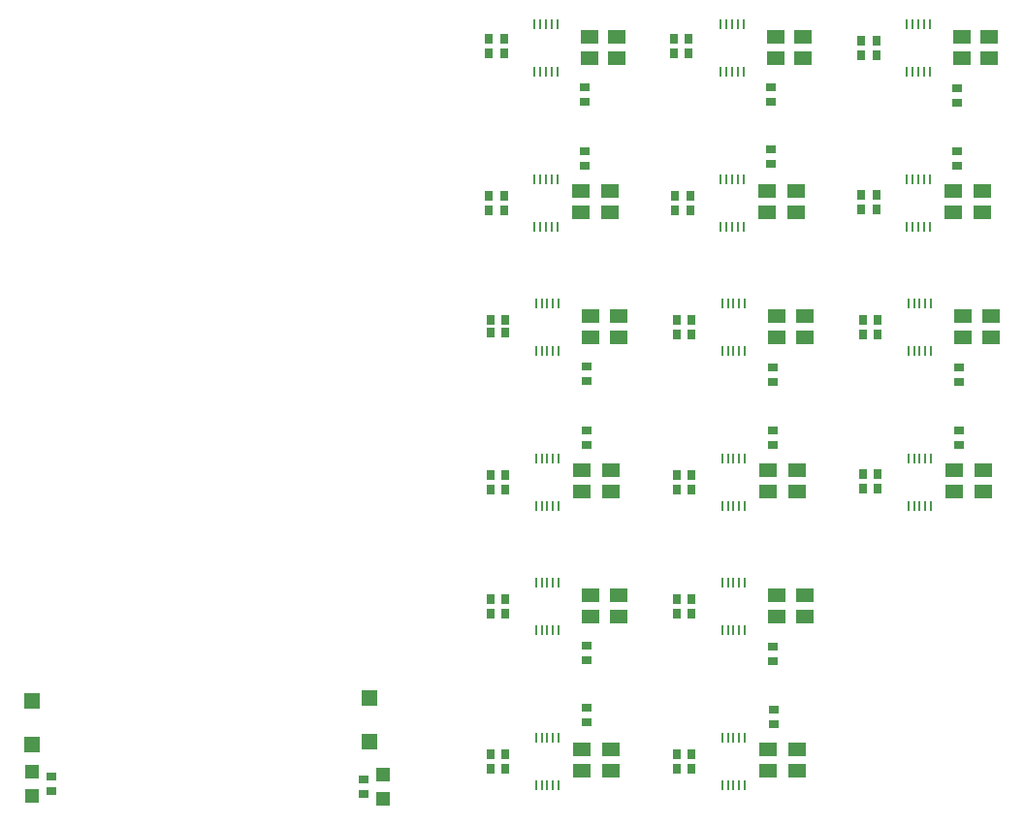
<source format=gtp>
G75*
%MOIN*%
%OFA0B0*%
%FSLAX25Y25*%
%IPPOS*%
%LPD*%
%AMOC8*
5,1,8,0,0,1.08239X$1,22.5*
%
%ADD10R,0.05906X0.05118*%
%ADD11R,0.00984X0.03445*%
%ADD12R,0.02756X0.03543*%
%ADD13R,0.05512X0.05512*%
%ADD14R,0.03543X0.02756*%
%ADD15R,0.04724X0.04724*%
D10*
X0608095Y0019310D03*
X0618095Y0019310D03*
X0618095Y0026790D03*
X0608095Y0026790D03*
X0672095Y0026790D03*
X0682095Y0026790D03*
X0682095Y0019310D03*
X0672095Y0019310D03*
X0675095Y0072310D03*
X0684595Y0072310D03*
X0684595Y0079790D03*
X0675095Y0079790D03*
X0620595Y0079790D03*
X0611095Y0079790D03*
X0611095Y0072310D03*
X0620595Y0072310D03*
X0618095Y0115310D03*
X0608095Y0115310D03*
X0608095Y0122790D03*
X0618095Y0122790D03*
X0672095Y0122790D03*
X0682095Y0122790D03*
X0682095Y0115310D03*
X0672095Y0115310D03*
X0736095Y0115310D03*
X0746095Y0115310D03*
X0746095Y0122790D03*
X0736095Y0122790D03*
X0739095Y0168310D03*
X0748595Y0168310D03*
X0748595Y0175790D03*
X0739095Y0175790D03*
X0684595Y0175790D03*
X0675095Y0175790D03*
X0675095Y0168310D03*
X0684595Y0168310D03*
X0620595Y0168310D03*
X0611095Y0168310D03*
X0611095Y0175790D03*
X0620595Y0175790D03*
X0617595Y0211310D03*
X0607595Y0211310D03*
X0607595Y0218790D03*
X0617595Y0218790D03*
X0671595Y0218790D03*
X0681595Y0218790D03*
X0681595Y0211310D03*
X0671595Y0211310D03*
X0735595Y0211310D03*
X0745595Y0211310D03*
X0745595Y0218790D03*
X0735595Y0218790D03*
X0738595Y0264310D03*
X0748095Y0264310D03*
X0748095Y0271790D03*
X0738595Y0271790D03*
X0684095Y0271790D03*
X0674595Y0271790D03*
X0674595Y0264310D03*
X0684095Y0264310D03*
X0620095Y0264310D03*
X0610595Y0264310D03*
X0610595Y0271790D03*
X0620095Y0271790D03*
D11*
X0599532Y0276170D03*
X0597564Y0276170D03*
X0595595Y0276170D03*
X0593627Y0276170D03*
X0591658Y0276170D03*
X0591658Y0259930D03*
X0593627Y0259930D03*
X0595595Y0259930D03*
X0597564Y0259930D03*
X0599532Y0259930D03*
X0655658Y0259930D03*
X0657627Y0259930D03*
X0659595Y0259930D03*
X0661564Y0259930D03*
X0663532Y0259930D03*
X0663532Y0276170D03*
X0661564Y0276170D03*
X0659595Y0276170D03*
X0657627Y0276170D03*
X0655658Y0276170D03*
X0719658Y0276170D03*
X0721627Y0276170D03*
X0723595Y0276170D03*
X0725564Y0276170D03*
X0727532Y0276170D03*
X0727532Y0259930D03*
X0725564Y0259930D03*
X0723595Y0259930D03*
X0721627Y0259930D03*
X0719658Y0259930D03*
X0719658Y0222670D03*
X0721627Y0222670D03*
X0723595Y0222670D03*
X0725564Y0222670D03*
X0727532Y0222670D03*
X0727532Y0206430D03*
X0725564Y0206430D03*
X0723595Y0206430D03*
X0721627Y0206430D03*
X0719658Y0206430D03*
X0663532Y0206430D03*
X0661564Y0206430D03*
X0659595Y0206430D03*
X0657627Y0206430D03*
X0655658Y0206430D03*
X0655658Y0222670D03*
X0657627Y0222670D03*
X0659595Y0222670D03*
X0661564Y0222670D03*
X0663532Y0222670D03*
X0599532Y0222670D03*
X0597564Y0222670D03*
X0595595Y0222670D03*
X0593627Y0222670D03*
X0591658Y0222670D03*
X0591658Y0206430D03*
X0593627Y0206430D03*
X0595595Y0206430D03*
X0597564Y0206430D03*
X0599532Y0206430D03*
X0600032Y0180170D03*
X0598064Y0180170D03*
X0596095Y0180170D03*
X0594127Y0180170D03*
X0592158Y0180170D03*
X0592158Y0163930D03*
X0594127Y0163930D03*
X0596095Y0163930D03*
X0598064Y0163930D03*
X0600032Y0163930D03*
X0656158Y0163930D03*
X0658127Y0163930D03*
X0660095Y0163930D03*
X0662064Y0163930D03*
X0664032Y0163930D03*
X0664032Y0180170D03*
X0662064Y0180170D03*
X0660095Y0180170D03*
X0658127Y0180170D03*
X0656158Y0180170D03*
X0720158Y0180170D03*
X0722127Y0180170D03*
X0724095Y0180170D03*
X0726064Y0180170D03*
X0728032Y0180170D03*
X0728032Y0163930D03*
X0726064Y0163930D03*
X0724095Y0163930D03*
X0722127Y0163930D03*
X0720158Y0163930D03*
X0720158Y0126670D03*
X0722127Y0126670D03*
X0724095Y0126670D03*
X0726064Y0126670D03*
X0728032Y0126670D03*
X0728032Y0110430D03*
X0726064Y0110430D03*
X0724095Y0110430D03*
X0722127Y0110430D03*
X0720158Y0110430D03*
X0664032Y0110430D03*
X0662064Y0110430D03*
X0660095Y0110430D03*
X0658127Y0110430D03*
X0656158Y0110430D03*
X0656158Y0126670D03*
X0658127Y0126670D03*
X0660095Y0126670D03*
X0662064Y0126670D03*
X0664032Y0126670D03*
X0600032Y0126670D03*
X0598064Y0126670D03*
X0596095Y0126670D03*
X0594127Y0126670D03*
X0592158Y0126670D03*
X0592158Y0110430D03*
X0594127Y0110430D03*
X0596095Y0110430D03*
X0598064Y0110430D03*
X0600032Y0110430D03*
X0600032Y0084170D03*
X0598064Y0084170D03*
X0596095Y0084170D03*
X0594127Y0084170D03*
X0592158Y0084170D03*
X0592158Y0067930D03*
X0594127Y0067930D03*
X0596095Y0067930D03*
X0598064Y0067930D03*
X0600032Y0067930D03*
X0656158Y0067930D03*
X0658127Y0067930D03*
X0660095Y0067930D03*
X0662064Y0067930D03*
X0664032Y0067930D03*
X0664032Y0084170D03*
X0662064Y0084170D03*
X0660095Y0084170D03*
X0658127Y0084170D03*
X0656158Y0084170D03*
X0656158Y0030670D03*
X0658127Y0030670D03*
X0660095Y0030670D03*
X0662064Y0030670D03*
X0664032Y0030670D03*
X0664032Y0014430D03*
X0662064Y0014430D03*
X0660095Y0014430D03*
X0658127Y0014430D03*
X0656158Y0014430D03*
X0600032Y0014430D03*
X0598064Y0014430D03*
X0596095Y0014430D03*
X0594127Y0014430D03*
X0592158Y0014430D03*
X0592158Y0030670D03*
X0594127Y0030670D03*
X0596095Y0030670D03*
X0598064Y0030670D03*
X0600032Y0030670D03*
D12*
X0581654Y0025050D03*
X0576536Y0025050D03*
X0576536Y0020050D03*
X0581654Y0020050D03*
X0640536Y0020050D03*
X0645654Y0020050D03*
X0645654Y0025050D03*
X0640536Y0025050D03*
X0640536Y0073550D03*
X0640536Y0078550D03*
X0645654Y0078550D03*
X0645654Y0073550D03*
X0581654Y0073550D03*
X0581654Y0078550D03*
X0576536Y0078550D03*
X0576536Y0073550D03*
X0576536Y0116050D03*
X0576536Y0121050D03*
X0581654Y0121050D03*
X0581654Y0116050D03*
X0640536Y0116050D03*
X0640536Y0121050D03*
X0645654Y0121050D03*
X0645654Y0116050D03*
X0704536Y0116550D03*
X0709654Y0116550D03*
X0709654Y0121550D03*
X0704536Y0121550D03*
X0704536Y0169550D03*
X0709654Y0169550D03*
X0709654Y0174550D03*
X0704536Y0174550D03*
X0645654Y0174550D03*
X0640536Y0174550D03*
X0640536Y0169550D03*
X0645654Y0169550D03*
X0581654Y0170050D03*
X0576536Y0170050D03*
X0576536Y0174550D03*
X0581654Y0174550D03*
X0581154Y0212050D03*
X0581154Y0217050D03*
X0576036Y0217050D03*
X0576036Y0212050D03*
X0640036Y0212050D03*
X0640036Y0217050D03*
X0645154Y0217050D03*
X0645154Y0212050D03*
X0704036Y0212550D03*
X0704036Y0217550D03*
X0709154Y0217550D03*
X0709154Y0212550D03*
X0709154Y0265550D03*
X0709154Y0270550D03*
X0704036Y0270550D03*
X0704036Y0265550D03*
X0644654Y0266050D03*
X0639536Y0266050D03*
X0639536Y0271050D03*
X0644654Y0271050D03*
X0581154Y0271050D03*
X0576036Y0271050D03*
X0576036Y0266050D03*
X0581154Y0266050D03*
D13*
X0535095Y0044530D03*
X0535095Y0029570D03*
X0419095Y0028570D03*
X0419095Y0043530D03*
D14*
X0425595Y0017609D03*
X0425595Y0012491D03*
X0533095Y0011491D03*
X0533095Y0016609D03*
X0609595Y0035991D03*
X0609595Y0041109D03*
X0609595Y0057491D03*
X0609595Y0062609D03*
X0673595Y0062109D03*
X0673595Y0056991D03*
X0674095Y0040609D03*
X0674095Y0035491D03*
X0673595Y0131491D03*
X0673595Y0136609D03*
X0673595Y0152991D03*
X0673595Y0158109D03*
X0737595Y0158109D03*
X0737595Y0152991D03*
X0737595Y0136609D03*
X0737595Y0131491D03*
X0609595Y0131491D03*
X0609595Y0136609D03*
X0609595Y0153491D03*
X0609595Y0158609D03*
X0609095Y0227491D03*
X0609095Y0232609D03*
X0609095Y0249491D03*
X0609095Y0254609D03*
X0673095Y0254609D03*
X0673095Y0249491D03*
X0673095Y0233109D03*
X0673095Y0227991D03*
X0737095Y0227491D03*
X0737095Y0232609D03*
X0737095Y0248991D03*
X0737095Y0254109D03*
D15*
X0419095Y0010916D03*
X0419095Y0019184D03*
X0539595Y0018184D03*
X0539595Y0009916D03*
M02*

</source>
